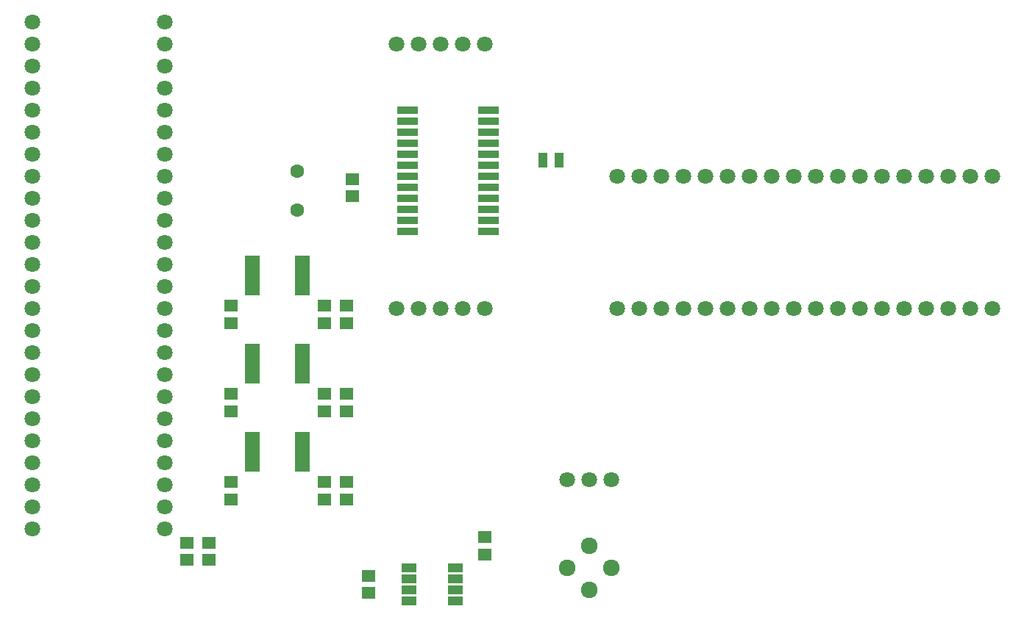
<source format=gbr>
G04 #@! TF.FileFunction,Soldermask,Bot*
%FSLAX46Y46*%
G04 Gerber Fmt 4.6, Leading zero omitted, Abs format (unit mm)*
G04 Created by KiCad (PCBNEW 4.0.6) date 06/14/17 00:59:11*
%MOMM*%
%LPD*%
G01*
G04 APERTURE LIST*
%ADD10C,0.100000*%
%ADD11R,1.650000X1.400000*%
%ADD12C,1.600000*%
%ADD13R,1.100000X1.700000*%
%ADD14C,1.924000*%
%ADD15R,1.700000X1.000000*%
%ADD16C,1.800000*%
%ADD17R,1.800000X0.750000*%
%ADD18R,2.381000X0.933000*%
G04 APERTURE END LIST*
D10*
D11*
X96520000Y-135525000D03*
X96520000Y-137525000D03*
X83185000Y-139970000D03*
X83185000Y-141970000D03*
X62230000Y-138160000D03*
X62230000Y-136160000D03*
X64770000Y-138160000D03*
X64770000Y-136160000D03*
X67310000Y-131175000D03*
X67310000Y-129175000D03*
X67310000Y-121015000D03*
X67310000Y-119015000D03*
X67310000Y-110855000D03*
X67310000Y-108855000D03*
X78105000Y-131175000D03*
X78105000Y-129175000D03*
X78105000Y-121015000D03*
X78105000Y-119015000D03*
X78105000Y-110855000D03*
X78105000Y-108855000D03*
X80645000Y-131175000D03*
X80645000Y-129175000D03*
X80645000Y-121015000D03*
X80645000Y-119015000D03*
X80645000Y-110855000D03*
X80645000Y-108855000D03*
X81280000Y-94250000D03*
X81280000Y-96250000D03*
D12*
X74930000Y-93345000D03*
X74930000Y-97845000D03*
D13*
X103190000Y-92075000D03*
X105090000Y-92075000D03*
D14*
X106045000Y-139065000D03*
X108585000Y-141605000D03*
X111125000Y-139065000D03*
X108585000Y-136525000D03*
D15*
X87850000Y-142875000D03*
X87850000Y-141605000D03*
X87850000Y-140335000D03*
X87850000Y-139065000D03*
X93150000Y-139065000D03*
X93150000Y-140335000D03*
X93150000Y-141605000D03*
X93150000Y-142875000D03*
D16*
X111125000Y-128905000D03*
X108585000Y-128905000D03*
X106045000Y-128905000D03*
X44450000Y-134620000D03*
X44450000Y-132080000D03*
X44450000Y-129540000D03*
X44450000Y-127000000D03*
X44450000Y-124460000D03*
X44450000Y-121920000D03*
X44450000Y-119380000D03*
X44450000Y-116840000D03*
X44450000Y-114300000D03*
X44450000Y-111760000D03*
X44450000Y-109220000D03*
X44450000Y-106680000D03*
X44450000Y-104140000D03*
X44450000Y-101600000D03*
X44450000Y-99060000D03*
X44450000Y-96520000D03*
X44450000Y-93980000D03*
X44450000Y-91440000D03*
X44450000Y-88900000D03*
X44450000Y-86360000D03*
X44450000Y-83820000D03*
X44450000Y-81280000D03*
X44450000Y-78740000D03*
X44450000Y-76200000D03*
X59690000Y-76200000D03*
X59690000Y-78740000D03*
X59690000Y-81280000D03*
X59690000Y-83820000D03*
X59690000Y-86360000D03*
X59690000Y-88900000D03*
X59690000Y-91440000D03*
X59690000Y-93980000D03*
X59690000Y-96520000D03*
X59690000Y-99060000D03*
X59690000Y-101600000D03*
X59690000Y-104140000D03*
X59690000Y-106680000D03*
X59690000Y-109220000D03*
X59690000Y-111760000D03*
X59690000Y-114300000D03*
X59690000Y-116840000D03*
X59690000Y-119380000D03*
X59690000Y-121920000D03*
X59690000Y-124460000D03*
X59690000Y-127000000D03*
X59690000Y-129540000D03*
X59690000Y-132080000D03*
X59690000Y-134620000D03*
D17*
X69815000Y-127620000D03*
X69815000Y-126970000D03*
X69815000Y-126320000D03*
X69815000Y-125670000D03*
X69815000Y-125020000D03*
X69815000Y-124370000D03*
X69815000Y-123720000D03*
X75565000Y-123720000D03*
X75565000Y-124370000D03*
X75565000Y-125020000D03*
X75565000Y-125670000D03*
X75565000Y-126320000D03*
X75565000Y-126970000D03*
X75565000Y-127620000D03*
X69815000Y-117460000D03*
X69815000Y-116810000D03*
X69815000Y-116160000D03*
X69815000Y-115510000D03*
X69815000Y-114860000D03*
X69815000Y-114210000D03*
X69815000Y-113560000D03*
X75565000Y-113560000D03*
X75565000Y-114210000D03*
X75565000Y-114860000D03*
X75565000Y-115510000D03*
X75565000Y-116160000D03*
X75565000Y-116810000D03*
X75565000Y-117460000D03*
X69815000Y-107300000D03*
X69815000Y-106650000D03*
X69815000Y-106000000D03*
X69815000Y-105350000D03*
X69815000Y-104700000D03*
X69815000Y-104050000D03*
X69815000Y-103400000D03*
X75565000Y-103400000D03*
X75565000Y-104050000D03*
X75565000Y-104700000D03*
X75565000Y-105350000D03*
X75565000Y-106000000D03*
X75565000Y-106650000D03*
X75565000Y-107300000D03*
D18*
X87630000Y-100330000D03*
X87630000Y-99060000D03*
X87630000Y-97790000D03*
X87630000Y-96520000D03*
X87630000Y-95250000D03*
X87630000Y-93980000D03*
X87630000Y-92710000D03*
X87630000Y-91440000D03*
X87630000Y-90170000D03*
X87630000Y-88900000D03*
X87630000Y-87630000D03*
X87630000Y-86360000D03*
X97003000Y-86360000D03*
X97003000Y-87630000D03*
X97003000Y-88900000D03*
X97003000Y-90170000D03*
X97003000Y-91440000D03*
X97003000Y-92710000D03*
X97003000Y-93980000D03*
X97003000Y-95250000D03*
X97003000Y-96520000D03*
X97003000Y-97790000D03*
X97003000Y-99060000D03*
X97003000Y-100330000D03*
D16*
X111760000Y-109220000D03*
X114300000Y-109220000D03*
X116840000Y-109220000D03*
X119380000Y-109220000D03*
X121920000Y-109220000D03*
X124460000Y-109220000D03*
X127000000Y-109220000D03*
X129540000Y-109220000D03*
X132080000Y-109220000D03*
X134620000Y-109220000D03*
X137160000Y-109220000D03*
X139700000Y-109220000D03*
X142240000Y-109220000D03*
X144780000Y-109220000D03*
X147320000Y-109220000D03*
X149860000Y-109220000D03*
X152400000Y-109220000D03*
X154940000Y-109220000D03*
X154940000Y-93980000D03*
X152400000Y-93980000D03*
X149860000Y-93980000D03*
X147320000Y-93980000D03*
X144780000Y-93980000D03*
X142240000Y-93980000D03*
X139700000Y-93980000D03*
X137160000Y-93980000D03*
X134620000Y-93980000D03*
X132080000Y-93980000D03*
X129540000Y-93980000D03*
X127000000Y-93980000D03*
X124460000Y-93980000D03*
X121920000Y-93980000D03*
X119380000Y-93980000D03*
X116840000Y-93980000D03*
X114300000Y-93980000D03*
X111760000Y-93980000D03*
X86360000Y-109140000D03*
X88900000Y-109140000D03*
X91440000Y-109140000D03*
X93980000Y-109140000D03*
X96520000Y-109140000D03*
X96520000Y-78740000D03*
X93980000Y-78740000D03*
X91440000Y-78740000D03*
X88900000Y-78740000D03*
X86360000Y-78740000D03*
M02*

</source>
